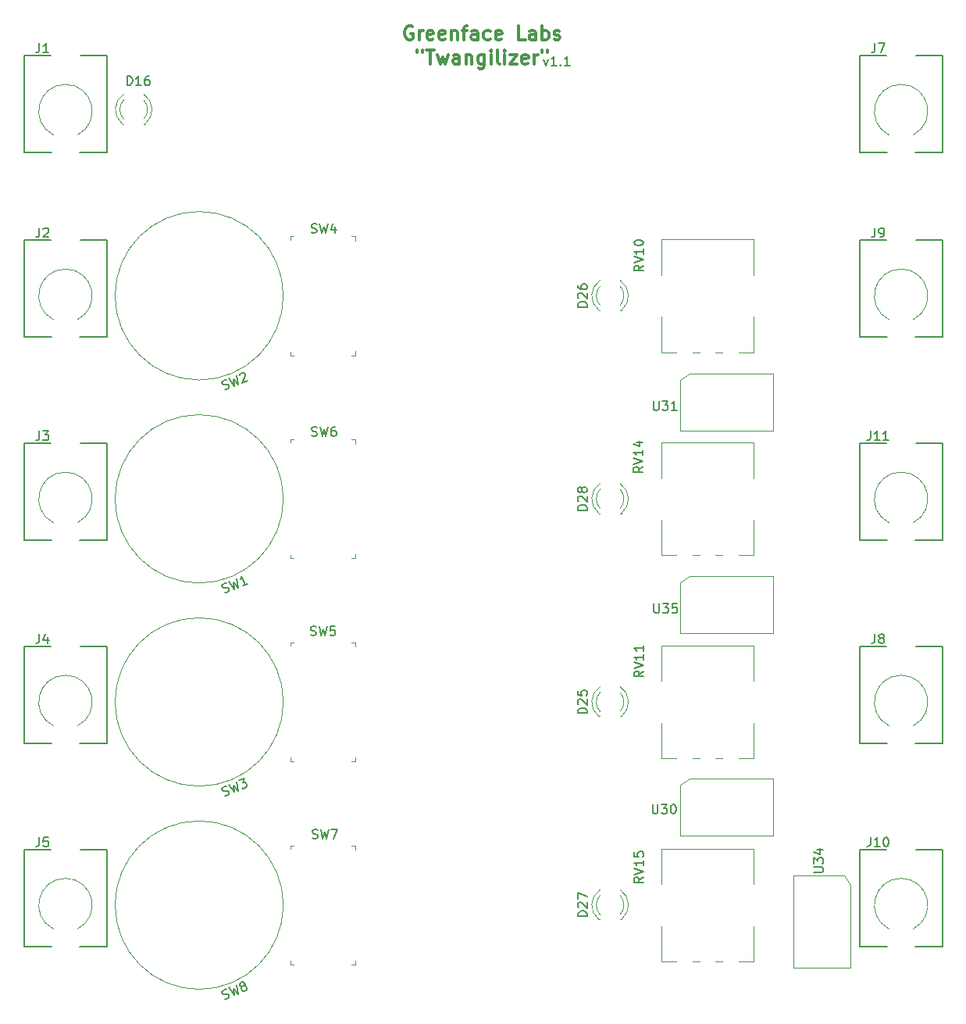
<source format=gbr>
%TF.GenerationSoftware,KiCad,Pcbnew,(6.0.1)*%
%TF.CreationDate,2024-03-02T23:19:41-08:00*%
%TF.ProjectId,main,6d61696e-2e6b-4696-9361-645f70636258,1.1*%
%TF.SameCoordinates,Original*%
%TF.FileFunction,Legend,Top*%
%TF.FilePolarity,Positive*%
%FSLAX46Y46*%
G04 Gerber Fmt 4.6, Leading zero omitted, Abs format (unit mm)*
G04 Created by KiCad (PCBNEW (6.0.1)) date 2024-03-02 23:19:41*
%MOMM*%
%LPD*%
G01*
G04 APERTURE LIST*
%ADD10C,0.150000*%
%ADD11C,0.300000*%
%ADD12C,0.100000*%
%ADD13C,0.120000*%
%ADD14C,0.200000*%
G04 APERTURE END LIST*
D10*
X97271428Y-44385714D02*
X97509523Y-45052380D01*
X97747619Y-44385714D01*
X98652380Y-45052380D02*
X98080952Y-45052380D01*
X98366666Y-45052380D02*
X98366666Y-44052380D01*
X98271428Y-44195238D01*
X98176190Y-44290476D01*
X98080952Y-44338095D01*
X99080952Y-44957142D02*
X99128571Y-45004761D01*
X99080952Y-45052380D01*
X99033333Y-45004761D01*
X99080952Y-44957142D01*
X99080952Y-45052380D01*
X100080952Y-45052380D02*
X99509523Y-45052380D01*
X99795238Y-45052380D02*
X99795238Y-44052380D01*
X99700000Y-44195238D01*
X99604761Y-44290476D01*
X99509523Y-44338095D01*
D11*
X83028571Y-40850000D02*
X82885714Y-40778571D01*
X82671428Y-40778571D01*
X82457142Y-40850000D01*
X82314285Y-40992857D01*
X82242857Y-41135714D01*
X82171428Y-41421428D01*
X82171428Y-41635714D01*
X82242857Y-41921428D01*
X82314285Y-42064285D01*
X82457142Y-42207142D01*
X82671428Y-42278571D01*
X82814285Y-42278571D01*
X83028571Y-42207142D01*
X83100000Y-42135714D01*
X83100000Y-41635714D01*
X82814285Y-41635714D01*
X83742857Y-42278571D02*
X83742857Y-41278571D01*
X83742857Y-41564285D02*
X83814285Y-41421428D01*
X83885714Y-41350000D01*
X84028571Y-41278571D01*
X84171428Y-41278571D01*
X85242857Y-42207142D02*
X85100000Y-42278571D01*
X84814285Y-42278571D01*
X84671428Y-42207142D01*
X84600000Y-42064285D01*
X84600000Y-41492857D01*
X84671428Y-41350000D01*
X84814285Y-41278571D01*
X85100000Y-41278571D01*
X85242857Y-41350000D01*
X85314285Y-41492857D01*
X85314285Y-41635714D01*
X84600000Y-41778571D01*
X86528571Y-42207142D02*
X86385714Y-42278571D01*
X86100000Y-42278571D01*
X85957142Y-42207142D01*
X85885714Y-42064285D01*
X85885714Y-41492857D01*
X85957142Y-41350000D01*
X86100000Y-41278571D01*
X86385714Y-41278571D01*
X86528571Y-41350000D01*
X86600000Y-41492857D01*
X86600000Y-41635714D01*
X85885714Y-41778571D01*
X87242857Y-41278571D02*
X87242857Y-42278571D01*
X87242857Y-41421428D02*
X87314285Y-41350000D01*
X87457142Y-41278571D01*
X87671428Y-41278571D01*
X87814285Y-41350000D01*
X87885714Y-41492857D01*
X87885714Y-42278571D01*
X88385714Y-41278571D02*
X88957142Y-41278571D01*
X88600000Y-42278571D02*
X88600000Y-40992857D01*
X88671428Y-40850000D01*
X88814285Y-40778571D01*
X88957142Y-40778571D01*
X90100000Y-42278571D02*
X90100000Y-41492857D01*
X90028571Y-41350000D01*
X89885714Y-41278571D01*
X89600000Y-41278571D01*
X89457142Y-41350000D01*
X90100000Y-42207142D02*
X89957142Y-42278571D01*
X89600000Y-42278571D01*
X89457142Y-42207142D01*
X89385714Y-42064285D01*
X89385714Y-41921428D01*
X89457142Y-41778571D01*
X89600000Y-41707142D01*
X89957142Y-41707142D01*
X90100000Y-41635714D01*
X91457142Y-42207142D02*
X91314285Y-42278571D01*
X91028571Y-42278571D01*
X90885714Y-42207142D01*
X90814285Y-42135714D01*
X90742857Y-41992857D01*
X90742857Y-41564285D01*
X90814285Y-41421428D01*
X90885714Y-41350000D01*
X91028571Y-41278571D01*
X91314285Y-41278571D01*
X91457142Y-41350000D01*
X92671428Y-42207142D02*
X92528571Y-42278571D01*
X92242857Y-42278571D01*
X92100000Y-42207142D01*
X92028571Y-42064285D01*
X92028571Y-41492857D01*
X92100000Y-41350000D01*
X92242857Y-41278571D01*
X92528571Y-41278571D01*
X92671428Y-41350000D01*
X92742857Y-41492857D01*
X92742857Y-41635714D01*
X92028571Y-41778571D01*
X95242857Y-42278571D02*
X94528571Y-42278571D01*
X94528571Y-40778571D01*
X96385714Y-42278571D02*
X96385714Y-41492857D01*
X96314285Y-41350000D01*
X96171428Y-41278571D01*
X95885714Y-41278571D01*
X95742857Y-41350000D01*
X96385714Y-42207142D02*
X96242857Y-42278571D01*
X95885714Y-42278571D01*
X95742857Y-42207142D01*
X95671428Y-42064285D01*
X95671428Y-41921428D01*
X95742857Y-41778571D01*
X95885714Y-41707142D01*
X96242857Y-41707142D01*
X96385714Y-41635714D01*
X97100000Y-42278571D02*
X97100000Y-40778571D01*
X97100000Y-41350000D02*
X97242857Y-41278571D01*
X97528571Y-41278571D01*
X97671428Y-41350000D01*
X97742857Y-41421428D01*
X97814285Y-41564285D01*
X97814285Y-41992857D01*
X97742857Y-42135714D01*
X97671428Y-42207142D01*
X97528571Y-42278571D01*
X97242857Y-42278571D01*
X97100000Y-42207142D01*
X98385714Y-42207142D02*
X98528571Y-42278571D01*
X98814285Y-42278571D01*
X98957142Y-42207142D01*
X99028571Y-42064285D01*
X99028571Y-41992857D01*
X98957142Y-41850000D01*
X98814285Y-41778571D01*
X98600000Y-41778571D01*
X98457142Y-41707142D01*
X98385714Y-41564285D01*
X98385714Y-41492857D01*
X98457142Y-41350000D01*
X98600000Y-41278571D01*
X98814285Y-41278571D01*
X98957142Y-41350000D01*
X83528571Y-43378571D02*
X83528571Y-43664285D01*
X84100000Y-43378571D02*
X84100000Y-43664285D01*
X84528571Y-43378571D02*
X85385714Y-43378571D01*
X84957142Y-44878571D02*
X84957142Y-43378571D01*
X85742857Y-43878571D02*
X86028571Y-44878571D01*
X86314285Y-44164285D01*
X86600000Y-44878571D01*
X86885714Y-43878571D01*
X88100000Y-44878571D02*
X88100000Y-44092857D01*
X88028571Y-43950000D01*
X87885714Y-43878571D01*
X87600000Y-43878571D01*
X87457142Y-43950000D01*
X88100000Y-44807142D02*
X87957142Y-44878571D01*
X87600000Y-44878571D01*
X87457142Y-44807142D01*
X87385714Y-44664285D01*
X87385714Y-44521428D01*
X87457142Y-44378571D01*
X87600000Y-44307142D01*
X87957142Y-44307142D01*
X88100000Y-44235714D01*
X88814285Y-43878571D02*
X88814285Y-44878571D01*
X88814285Y-44021428D02*
X88885714Y-43950000D01*
X89028571Y-43878571D01*
X89242857Y-43878571D01*
X89385714Y-43950000D01*
X89457142Y-44092857D01*
X89457142Y-44878571D01*
X90814285Y-43878571D02*
X90814285Y-45092857D01*
X90742857Y-45235714D01*
X90671428Y-45307142D01*
X90528571Y-45378571D01*
X90314285Y-45378571D01*
X90171428Y-45307142D01*
X90814285Y-44807142D02*
X90671428Y-44878571D01*
X90385714Y-44878571D01*
X90242857Y-44807142D01*
X90171428Y-44735714D01*
X90100000Y-44592857D01*
X90100000Y-44164285D01*
X90171428Y-44021428D01*
X90242857Y-43950000D01*
X90385714Y-43878571D01*
X90671428Y-43878571D01*
X90814285Y-43950000D01*
X91528571Y-44878571D02*
X91528571Y-43878571D01*
X91528571Y-43378571D02*
X91457142Y-43450000D01*
X91528571Y-43521428D01*
X91600000Y-43450000D01*
X91528571Y-43378571D01*
X91528571Y-43521428D01*
X92457142Y-44878571D02*
X92314285Y-44807142D01*
X92242857Y-44664285D01*
X92242857Y-43378571D01*
X93028571Y-44878571D02*
X93028571Y-43878571D01*
X93028571Y-43378571D02*
X92957142Y-43450000D01*
X93028571Y-43521428D01*
X93100000Y-43450000D01*
X93028571Y-43378571D01*
X93028571Y-43521428D01*
X93600000Y-43878571D02*
X94385714Y-43878571D01*
X93600000Y-44878571D01*
X94385714Y-44878571D01*
X95528571Y-44807142D02*
X95385714Y-44878571D01*
X95100000Y-44878571D01*
X94957142Y-44807142D01*
X94885714Y-44664285D01*
X94885714Y-44092857D01*
X94957142Y-43950000D01*
X95100000Y-43878571D01*
X95385714Y-43878571D01*
X95528571Y-43950000D01*
X95600000Y-44092857D01*
X95600000Y-44235714D01*
X94885714Y-44378571D01*
X96242857Y-44878571D02*
X96242857Y-43878571D01*
X96242857Y-44164285D02*
X96314285Y-44021428D01*
X96385714Y-43950000D01*
X96528571Y-43878571D01*
X96671428Y-43878571D01*
X97100000Y-43378571D02*
X97100000Y-43664285D01*
X97671428Y-43378571D02*
X97671428Y-43664285D01*
D10*
%TO.C,SW7*%
X72166666Y-128754761D02*
X72309523Y-128802380D01*
X72547619Y-128802380D01*
X72642857Y-128754761D01*
X72690476Y-128707142D01*
X72738095Y-128611904D01*
X72738095Y-128516666D01*
X72690476Y-128421428D01*
X72642857Y-128373809D01*
X72547619Y-128326190D01*
X72357142Y-128278571D01*
X72261904Y-128230952D01*
X72214285Y-128183333D01*
X72166666Y-128088095D01*
X72166666Y-127992857D01*
X72214285Y-127897619D01*
X72261904Y-127850000D01*
X72357142Y-127802380D01*
X72595238Y-127802380D01*
X72738095Y-127850000D01*
X73071428Y-127802380D02*
X73309523Y-128802380D01*
X73500000Y-128088095D01*
X73690476Y-128802380D01*
X73928571Y-127802380D01*
X74214285Y-127802380D02*
X74880952Y-127802380D01*
X74452380Y-128802380D01*
%TO.C,U35*%
X109211904Y-103352380D02*
X109211904Y-104161904D01*
X109259523Y-104257142D01*
X109307142Y-104304761D01*
X109402380Y-104352380D01*
X109592857Y-104352380D01*
X109688095Y-104304761D01*
X109735714Y-104257142D01*
X109783333Y-104161904D01*
X109783333Y-103352380D01*
X110164285Y-103352380D02*
X110783333Y-103352380D01*
X110450000Y-103733333D01*
X110592857Y-103733333D01*
X110688095Y-103780952D01*
X110735714Y-103828571D01*
X110783333Y-103923809D01*
X110783333Y-104161904D01*
X110735714Y-104257142D01*
X110688095Y-104304761D01*
X110592857Y-104352380D01*
X110307142Y-104352380D01*
X110211904Y-104304761D01*
X110164285Y-104257142D01*
X111688095Y-103352380D02*
X111211904Y-103352380D01*
X111164285Y-103828571D01*
X111211904Y-103780952D01*
X111307142Y-103733333D01*
X111545238Y-103733333D01*
X111640476Y-103780952D01*
X111688095Y-103828571D01*
X111735714Y-103923809D01*
X111735714Y-104161904D01*
X111688095Y-104257142D01*
X111640476Y-104304761D01*
X111545238Y-104352380D01*
X111307142Y-104352380D01*
X111211904Y-104304761D01*
X111164285Y-104257142D01*
%TO.C,RV10*%
X108052380Y-66721428D02*
X107576190Y-67054761D01*
X108052380Y-67292857D02*
X107052380Y-67292857D01*
X107052380Y-66911904D01*
X107100000Y-66816666D01*
X107147619Y-66769047D01*
X107242857Y-66721428D01*
X107385714Y-66721428D01*
X107480952Y-66769047D01*
X107528571Y-66816666D01*
X107576190Y-66911904D01*
X107576190Y-67292857D01*
X107052380Y-66435714D02*
X108052380Y-66102380D01*
X107052380Y-65769047D01*
X108052380Y-64911904D02*
X108052380Y-65483333D01*
X108052380Y-65197619D02*
X107052380Y-65197619D01*
X107195238Y-65292857D01*
X107290476Y-65388095D01*
X107338095Y-65483333D01*
X107052380Y-64292857D02*
X107052380Y-64197619D01*
X107100000Y-64102380D01*
X107147619Y-64054761D01*
X107242857Y-64007142D01*
X107433333Y-63959523D01*
X107671428Y-63959523D01*
X107861904Y-64007142D01*
X107957142Y-64054761D01*
X108004761Y-64102380D01*
X108052380Y-64197619D01*
X108052380Y-64292857D01*
X108004761Y-64388095D01*
X107957142Y-64435714D01*
X107861904Y-64483333D01*
X107671428Y-64530952D01*
X107433333Y-64530952D01*
X107242857Y-64483333D01*
X107147619Y-64435714D01*
X107100000Y-64388095D01*
X107052380Y-64292857D01*
%TO.C,SW4*%
X72066666Y-63154761D02*
X72209523Y-63202380D01*
X72447619Y-63202380D01*
X72542857Y-63154761D01*
X72590476Y-63107142D01*
X72638095Y-63011904D01*
X72638095Y-62916666D01*
X72590476Y-62821428D01*
X72542857Y-62773809D01*
X72447619Y-62726190D01*
X72257142Y-62678571D01*
X72161904Y-62630952D01*
X72114285Y-62583333D01*
X72066666Y-62488095D01*
X72066666Y-62392857D01*
X72114285Y-62297619D01*
X72161904Y-62250000D01*
X72257142Y-62202380D01*
X72495238Y-62202380D01*
X72638095Y-62250000D01*
X72971428Y-62202380D02*
X73209523Y-63202380D01*
X73400000Y-62488095D01*
X73590476Y-63202380D01*
X73828571Y-62202380D01*
X74638095Y-62535714D02*
X74638095Y-63202380D01*
X74400000Y-62154761D02*
X74161904Y-62869047D01*
X74780952Y-62869047D01*
%TO.C,SW2*%
X62667111Y-80164565D02*
X62817317Y-80153891D01*
X63037288Y-80062775D01*
X63107053Y-79982335D01*
X63132825Y-79920118D01*
X63140373Y-79813906D01*
X63103927Y-79725918D01*
X63023487Y-79656152D01*
X62961269Y-79630381D01*
X62855058Y-79622833D01*
X62660858Y-79651731D01*
X62554646Y-79644182D01*
X62492429Y-79618411D01*
X62411989Y-79548646D01*
X62375542Y-79460657D01*
X62383091Y-79354446D01*
X62408862Y-79292228D01*
X62478627Y-79211788D01*
X62698599Y-79120673D01*
X62848805Y-79109998D01*
X63138541Y-78938443D02*
X63741196Y-79771207D01*
X63643828Y-79038401D01*
X64093150Y-79625423D01*
X63930438Y-78610428D01*
X64274844Y-78570856D02*
X64300615Y-78508638D01*
X64370381Y-78428198D01*
X64590352Y-78337083D01*
X64696564Y-78344631D01*
X64758781Y-78370402D01*
X64839221Y-78440168D01*
X64875667Y-78528156D01*
X64886342Y-78678362D01*
X64577087Y-79424970D01*
X65149013Y-79188070D01*
%TO.C,RV11*%
X108052380Y-110671428D02*
X107576190Y-111004761D01*
X108052380Y-111242857D02*
X107052380Y-111242857D01*
X107052380Y-110861904D01*
X107100000Y-110766666D01*
X107147619Y-110719047D01*
X107242857Y-110671428D01*
X107385714Y-110671428D01*
X107480952Y-110719047D01*
X107528571Y-110766666D01*
X107576190Y-110861904D01*
X107576190Y-111242857D01*
X107052380Y-110385714D02*
X108052380Y-110052380D01*
X107052380Y-109719047D01*
X108052380Y-108861904D02*
X108052380Y-109433333D01*
X108052380Y-109147619D02*
X107052380Y-109147619D01*
X107195238Y-109242857D01*
X107290476Y-109338095D01*
X107338095Y-109433333D01*
X108052380Y-107909523D02*
X108052380Y-108480952D01*
X108052380Y-108195238D02*
X107052380Y-108195238D01*
X107195238Y-108290476D01*
X107290476Y-108385714D01*
X107338095Y-108480952D01*
%TO.C,D16*%
X52085714Y-47202380D02*
X52085714Y-46202380D01*
X52323809Y-46202380D01*
X52466666Y-46250000D01*
X52561904Y-46345238D01*
X52609523Y-46440476D01*
X52657142Y-46630952D01*
X52657142Y-46773809D01*
X52609523Y-46964285D01*
X52561904Y-47059523D01*
X52466666Y-47154761D01*
X52323809Y-47202380D01*
X52085714Y-47202380D01*
X53609523Y-47202380D02*
X53038095Y-47202380D01*
X53323809Y-47202380D02*
X53323809Y-46202380D01*
X53228571Y-46345238D01*
X53133333Y-46440476D01*
X53038095Y-46488095D01*
X54466666Y-46202380D02*
X54276190Y-46202380D01*
X54180952Y-46250000D01*
X54133333Y-46297619D01*
X54038095Y-46440476D01*
X53990476Y-46630952D01*
X53990476Y-47011904D01*
X54038095Y-47107142D01*
X54085714Y-47154761D01*
X54180952Y-47202380D01*
X54371428Y-47202380D01*
X54466666Y-47154761D01*
X54514285Y-47107142D01*
X54561904Y-47011904D01*
X54561904Y-46773809D01*
X54514285Y-46678571D01*
X54466666Y-46630952D01*
X54371428Y-46583333D01*
X54180952Y-46583333D01*
X54085714Y-46630952D01*
X54038095Y-46678571D01*
X53990476Y-46773809D01*
%TO.C,J2*%
X42566666Y-62652380D02*
X42566666Y-63366666D01*
X42519047Y-63509523D01*
X42423809Y-63604761D01*
X42280952Y-63652380D01*
X42185714Y-63652380D01*
X42995238Y-62747619D02*
X43042857Y-62700000D01*
X43138095Y-62652380D01*
X43376190Y-62652380D01*
X43471428Y-62700000D01*
X43519047Y-62747619D01*
X43566666Y-62842857D01*
X43566666Y-62938095D01*
X43519047Y-63080952D01*
X42947619Y-63652380D01*
X43566666Y-63652380D01*
%TO.C,D26*%
X101942380Y-71214285D02*
X100942380Y-71214285D01*
X100942380Y-70976190D01*
X100990000Y-70833333D01*
X101085238Y-70738095D01*
X101180476Y-70690476D01*
X101370952Y-70642857D01*
X101513809Y-70642857D01*
X101704285Y-70690476D01*
X101799523Y-70738095D01*
X101894761Y-70833333D01*
X101942380Y-70976190D01*
X101942380Y-71214285D01*
X101037619Y-70261904D02*
X100990000Y-70214285D01*
X100942380Y-70119047D01*
X100942380Y-69880952D01*
X100990000Y-69785714D01*
X101037619Y-69738095D01*
X101132857Y-69690476D01*
X101228095Y-69690476D01*
X101370952Y-69738095D01*
X101942380Y-70309523D01*
X101942380Y-69690476D01*
X100942380Y-68833333D02*
X100942380Y-69023809D01*
X100990000Y-69119047D01*
X101037619Y-69166666D01*
X101180476Y-69261904D01*
X101370952Y-69309523D01*
X101751904Y-69309523D01*
X101847142Y-69261904D01*
X101894761Y-69214285D01*
X101942380Y-69119047D01*
X101942380Y-68928571D01*
X101894761Y-68833333D01*
X101847142Y-68785714D01*
X101751904Y-68738095D01*
X101513809Y-68738095D01*
X101418571Y-68785714D01*
X101370952Y-68833333D01*
X101323333Y-68928571D01*
X101323333Y-69119047D01*
X101370952Y-69214285D01*
X101418571Y-69261904D01*
X101513809Y-69309523D01*
%TO.C,RV14*%
X108002380Y-88521428D02*
X107526190Y-88854761D01*
X108002380Y-89092857D02*
X107002380Y-89092857D01*
X107002380Y-88711904D01*
X107050000Y-88616666D01*
X107097619Y-88569047D01*
X107192857Y-88521428D01*
X107335714Y-88521428D01*
X107430952Y-88569047D01*
X107478571Y-88616666D01*
X107526190Y-88711904D01*
X107526190Y-89092857D01*
X107002380Y-88235714D02*
X108002380Y-87902380D01*
X107002380Y-87569047D01*
X108002380Y-86711904D02*
X108002380Y-87283333D01*
X108002380Y-86997619D02*
X107002380Y-86997619D01*
X107145238Y-87092857D01*
X107240476Y-87188095D01*
X107288095Y-87283333D01*
X107335714Y-85854761D02*
X108002380Y-85854761D01*
X106954761Y-86092857D02*
X107669047Y-86330952D01*
X107669047Y-85711904D01*
%TO.C,D28*%
X101942380Y-93214285D02*
X100942380Y-93214285D01*
X100942380Y-92976190D01*
X100990000Y-92833333D01*
X101085238Y-92738095D01*
X101180476Y-92690476D01*
X101370952Y-92642857D01*
X101513809Y-92642857D01*
X101704285Y-92690476D01*
X101799523Y-92738095D01*
X101894761Y-92833333D01*
X101942380Y-92976190D01*
X101942380Y-93214285D01*
X101037619Y-92261904D02*
X100990000Y-92214285D01*
X100942380Y-92119047D01*
X100942380Y-91880952D01*
X100990000Y-91785714D01*
X101037619Y-91738095D01*
X101132857Y-91690476D01*
X101228095Y-91690476D01*
X101370952Y-91738095D01*
X101942380Y-92309523D01*
X101942380Y-91690476D01*
X101370952Y-91119047D02*
X101323333Y-91214285D01*
X101275714Y-91261904D01*
X101180476Y-91309523D01*
X101132857Y-91309523D01*
X101037619Y-91261904D01*
X100990000Y-91214285D01*
X100942380Y-91119047D01*
X100942380Y-90928571D01*
X100990000Y-90833333D01*
X101037619Y-90785714D01*
X101132857Y-90738095D01*
X101180476Y-90738095D01*
X101275714Y-90785714D01*
X101323333Y-90833333D01*
X101370952Y-90928571D01*
X101370952Y-91119047D01*
X101418571Y-91214285D01*
X101466190Y-91261904D01*
X101561428Y-91309523D01*
X101751904Y-91309523D01*
X101847142Y-91261904D01*
X101894761Y-91214285D01*
X101942380Y-91119047D01*
X101942380Y-90928571D01*
X101894761Y-90833333D01*
X101847142Y-90785714D01*
X101751904Y-90738095D01*
X101561428Y-90738095D01*
X101466190Y-90785714D01*
X101418571Y-90833333D01*
X101370952Y-90928571D01*
%TO.C,D27*%
X101942380Y-137214285D02*
X100942380Y-137214285D01*
X100942380Y-136976190D01*
X100990000Y-136833333D01*
X101085238Y-136738095D01*
X101180476Y-136690476D01*
X101370952Y-136642857D01*
X101513809Y-136642857D01*
X101704285Y-136690476D01*
X101799523Y-136738095D01*
X101894761Y-136833333D01*
X101942380Y-136976190D01*
X101942380Y-137214285D01*
X101037619Y-136261904D02*
X100990000Y-136214285D01*
X100942380Y-136119047D01*
X100942380Y-135880952D01*
X100990000Y-135785714D01*
X101037619Y-135738095D01*
X101132857Y-135690476D01*
X101228095Y-135690476D01*
X101370952Y-135738095D01*
X101942380Y-136309523D01*
X101942380Y-135690476D01*
X100942380Y-135357142D02*
X100942380Y-134690476D01*
X101942380Y-135119047D01*
%TO.C,J9*%
X133166666Y-62652380D02*
X133166666Y-63366666D01*
X133119047Y-63509523D01*
X133023809Y-63604761D01*
X132880952Y-63652380D01*
X132785714Y-63652380D01*
X133690476Y-63652380D02*
X133880952Y-63652380D01*
X133976190Y-63604761D01*
X134023809Y-63557142D01*
X134119047Y-63414285D01*
X134166666Y-63223809D01*
X134166666Y-62842857D01*
X134119047Y-62747619D01*
X134071428Y-62700000D01*
X133976190Y-62652380D01*
X133785714Y-62652380D01*
X133690476Y-62700000D01*
X133642857Y-62747619D01*
X133595238Y-62842857D01*
X133595238Y-63080952D01*
X133642857Y-63176190D01*
X133690476Y-63223809D01*
X133785714Y-63271428D01*
X133976190Y-63271428D01*
X134071428Y-63223809D01*
X134119047Y-63176190D01*
X134166666Y-63080952D01*
%TO.C,SW6*%
X72091666Y-85154761D02*
X72234523Y-85202380D01*
X72472619Y-85202380D01*
X72567857Y-85154761D01*
X72615476Y-85107142D01*
X72663095Y-85011904D01*
X72663095Y-84916666D01*
X72615476Y-84821428D01*
X72567857Y-84773809D01*
X72472619Y-84726190D01*
X72282142Y-84678571D01*
X72186904Y-84630952D01*
X72139285Y-84583333D01*
X72091666Y-84488095D01*
X72091666Y-84392857D01*
X72139285Y-84297619D01*
X72186904Y-84250000D01*
X72282142Y-84202380D01*
X72520238Y-84202380D01*
X72663095Y-84250000D01*
X72996428Y-84202380D02*
X73234523Y-85202380D01*
X73425000Y-84488095D01*
X73615476Y-85202380D01*
X73853571Y-84202380D01*
X74663095Y-84202380D02*
X74472619Y-84202380D01*
X74377380Y-84250000D01*
X74329761Y-84297619D01*
X74234523Y-84440476D01*
X74186904Y-84630952D01*
X74186904Y-85011904D01*
X74234523Y-85107142D01*
X74282142Y-85154761D01*
X74377380Y-85202380D01*
X74567857Y-85202380D01*
X74663095Y-85154761D01*
X74710714Y-85107142D01*
X74758333Y-85011904D01*
X74758333Y-84773809D01*
X74710714Y-84678571D01*
X74663095Y-84630952D01*
X74567857Y-84583333D01*
X74377380Y-84583333D01*
X74282142Y-84630952D01*
X74234523Y-84678571D01*
X74186904Y-84773809D01*
%TO.C,J3*%
X42566666Y-84652380D02*
X42566666Y-85366666D01*
X42519047Y-85509523D01*
X42423809Y-85604761D01*
X42280952Y-85652380D01*
X42185714Y-85652380D01*
X42947619Y-84652380D02*
X43566666Y-84652380D01*
X43233333Y-85033333D01*
X43376190Y-85033333D01*
X43471428Y-85080952D01*
X43519047Y-85128571D01*
X43566666Y-85223809D01*
X43566666Y-85461904D01*
X43519047Y-85557142D01*
X43471428Y-85604761D01*
X43376190Y-85652380D01*
X43090476Y-85652380D01*
X42995238Y-85604761D01*
X42947619Y-85557142D01*
%TO.C,D25*%
X101942380Y-115214285D02*
X100942380Y-115214285D01*
X100942380Y-114976190D01*
X100990000Y-114833333D01*
X101085238Y-114738095D01*
X101180476Y-114690476D01*
X101370952Y-114642857D01*
X101513809Y-114642857D01*
X101704285Y-114690476D01*
X101799523Y-114738095D01*
X101894761Y-114833333D01*
X101942380Y-114976190D01*
X101942380Y-115214285D01*
X101037619Y-114261904D02*
X100990000Y-114214285D01*
X100942380Y-114119047D01*
X100942380Y-113880952D01*
X100990000Y-113785714D01*
X101037619Y-113738095D01*
X101132857Y-113690476D01*
X101228095Y-113690476D01*
X101370952Y-113738095D01*
X101942380Y-114309523D01*
X101942380Y-113690476D01*
X100942380Y-112785714D02*
X100942380Y-113261904D01*
X101418571Y-113309523D01*
X101370952Y-113261904D01*
X101323333Y-113166666D01*
X101323333Y-112928571D01*
X101370952Y-112833333D01*
X101418571Y-112785714D01*
X101513809Y-112738095D01*
X101751904Y-112738095D01*
X101847142Y-112785714D01*
X101894761Y-112833333D01*
X101942380Y-112928571D01*
X101942380Y-113166666D01*
X101894761Y-113261904D01*
X101847142Y-113309523D01*
%TO.C,SW8*%
X62667111Y-146164565D02*
X62817317Y-146153891D01*
X63037288Y-146062775D01*
X63107053Y-145982335D01*
X63132825Y-145920118D01*
X63140373Y-145813906D01*
X63103927Y-145725918D01*
X63023487Y-145656152D01*
X62961269Y-145630381D01*
X62855058Y-145622833D01*
X62660858Y-145651731D01*
X62554646Y-145644182D01*
X62492429Y-145618411D01*
X62411989Y-145548646D01*
X62375542Y-145460657D01*
X62383091Y-145354446D01*
X62408862Y-145292228D01*
X62478627Y-145211788D01*
X62698599Y-145120673D01*
X62848805Y-145109998D01*
X63138541Y-144938443D02*
X63741196Y-145771207D01*
X63643828Y-145038401D01*
X64093150Y-145625423D01*
X63930438Y-144610428D01*
X64578382Y-144805923D02*
X64472171Y-144798375D01*
X64409953Y-144772604D01*
X64329513Y-144702838D01*
X64311290Y-144658844D01*
X64318838Y-144552633D01*
X64344610Y-144490415D01*
X64414375Y-144409975D01*
X64590352Y-144337083D01*
X64696564Y-144344631D01*
X64758781Y-144370402D01*
X64839221Y-144440168D01*
X64857444Y-144484162D01*
X64849896Y-144590374D01*
X64824125Y-144652591D01*
X64754359Y-144733031D01*
X64578382Y-144805923D01*
X64508617Y-144886364D01*
X64482845Y-144948581D01*
X64475297Y-145054793D01*
X64548189Y-145230770D01*
X64628630Y-145300535D01*
X64690847Y-145326306D01*
X64797058Y-145333855D01*
X64973036Y-145260963D01*
X65042801Y-145180522D01*
X65068572Y-145118305D01*
X65076120Y-145012093D01*
X65003228Y-144836116D01*
X64922788Y-144766351D01*
X64860571Y-144740580D01*
X64754359Y-144733031D01*
%TO.C,RV15*%
X108052380Y-132971428D02*
X107576190Y-133304761D01*
X108052380Y-133542857D02*
X107052380Y-133542857D01*
X107052380Y-133161904D01*
X107100000Y-133066666D01*
X107147619Y-133019047D01*
X107242857Y-132971428D01*
X107385714Y-132971428D01*
X107480952Y-133019047D01*
X107528571Y-133066666D01*
X107576190Y-133161904D01*
X107576190Y-133542857D01*
X107052380Y-132685714D02*
X108052380Y-132352380D01*
X107052380Y-132019047D01*
X108052380Y-131161904D02*
X108052380Y-131733333D01*
X108052380Y-131447619D02*
X107052380Y-131447619D01*
X107195238Y-131542857D01*
X107290476Y-131638095D01*
X107338095Y-131733333D01*
X107052380Y-130257142D02*
X107052380Y-130733333D01*
X107528571Y-130780952D01*
X107480952Y-130733333D01*
X107433333Y-130638095D01*
X107433333Y-130400000D01*
X107480952Y-130304761D01*
X107528571Y-130257142D01*
X107623809Y-130209523D01*
X107861904Y-130209523D01*
X107957142Y-130257142D01*
X108004761Y-130304761D01*
X108052380Y-130400000D01*
X108052380Y-130638095D01*
X108004761Y-130733333D01*
X107957142Y-130780952D01*
%TO.C,U30*%
X109061904Y-125102380D02*
X109061904Y-125911904D01*
X109109523Y-126007142D01*
X109157142Y-126054761D01*
X109252380Y-126102380D01*
X109442857Y-126102380D01*
X109538095Y-126054761D01*
X109585714Y-126007142D01*
X109633333Y-125911904D01*
X109633333Y-125102380D01*
X110014285Y-125102380D02*
X110633333Y-125102380D01*
X110300000Y-125483333D01*
X110442857Y-125483333D01*
X110538095Y-125530952D01*
X110585714Y-125578571D01*
X110633333Y-125673809D01*
X110633333Y-125911904D01*
X110585714Y-126007142D01*
X110538095Y-126054761D01*
X110442857Y-126102380D01*
X110157142Y-126102380D01*
X110061904Y-126054761D01*
X110014285Y-126007142D01*
X111252380Y-125102380D02*
X111347619Y-125102380D01*
X111442857Y-125150000D01*
X111490476Y-125197619D01*
X111538095Y-125292857D01*
X111585714Y-125483333D01*
X111585714Y-125721428D01*
X111538095Y-125911904D01*
X111490476Y-126007142D01*
X111442857Y-126054761D01*
X111347619Y-126102380D01*
X111252380Y-126102380D01*
X111157142Y-126054761D01*
X111109523Y-126007142D01*
X111061904Y-125911904D01*
X111014285Y-125721428D01*
X111014285Y-125483333D01*
X111061904Y-125292857D01*
X111109523Y-125197619D01*
X111157142Y-125150000D01*
X111252380Y-125102380D01*
%TO.C,SW5*%
X71991666Y-106754761D02*
X72134523Y-106802380D01*
X72372619Y-106802380D01*
X72467857Y-106754761D01*
X72515476Y-106707142D01*
X72563095Y-106611904D01*
X72563095Y-106516666D01*
X72515476Y-106421428D01*
X72467857Y-106373809D01*
X72372619Y-106326190D01*
X72182142Y-106278571D01*
X72086904Y-106230952D01*
X72039285Y-106183333D01*
X71991666Y-106088095D01*
X71991666Y-105992857D01*
X72039285Y-105897619D01*
X72086904Y-105850000D01*
X72182142Y-105802380D01*
X72420238Y-105802380D01*
X72563095Y-105850000D01*
X72896428Y-105802380D02*
X73134523Y-106802380D01*
X73325000Y-106088095D01*
X73515476Y-106802380D01*
X73753571Y-105802380D01*
X74610714Y-105802380D02*
X74134523Y-105802380D01*
X74086904Y-106278571D01*
X74134523Y-106230952D01*
X74229761Y-106183333D01*
X74467857Y-106183333D01*
X74563095Y-106230952D01*
X74610714Y-106278571D01*
X74658333Y-106373809D01*
X74658333Y-106611904D01*
X74610714Y-106707142D01*
X74563095Y-106754761D01*
X74467857Y-106802380D01*
X74229761Y-106802380D01*
X74134523Y-106754761D01*
X74086904Y-106707142D01*
%TO.C,J7*%
X133166666Y-42652380D02*
X133166666Y-43366666D01*
X133119047Y-43509523D01*
X133023809Y-43604761D01*
X132880952Y-43652380D01*
X132785714Y-43652380D01*
X133547619Y-42652380D02*
X134214285Y-42652380D01*
X133785714Y-43652380D01*
%TO.C,SW1*%
X62667111Y-102164565D02*
X62817317Y-102153891D01*
X63037288Y-102062775D01*
X63107053Y-101982335D01*
X63132825Y-101920118D01*
X63140373Y-101813906D01*
X63103927Y-101725918D01*
X63023487Y-101656152D01*
X62961269Y-101630381D01*
X62855058Y-101622833D01*
X62660858Y-101651731D01*
X62554646Y-101644182D01*
X62492429Y-101618411D01*
X62411989Y-101548646D01*
X62375542Y-101460657D01*
X62383091Y-101354446D01*
X62408862Y-101292228D01*
X62478627Y-101211788D01*
X62698599Y-101120673D01*
X62848805Y-101109998D01*
X63138541Y-100938443D02*
X63741196Y-101771207D01*
X63643828Y-101038401D01*
X64093150Y-101625423D01*
X63930438Y-100610428D01*
X65149013Y-101188070D02*
X64621081Y-101406747D01*
X64885047Y-101297409D02*
X64502364Y-100373529D01*
X64469044Y-100541958D01*
X64417502Y-100666392D01*
X64347736Y-100746833D01*
%TO.C,SW3*%
X62667111Y-124164565D02*
X62817317Y-124153891D01*
X63037288Y-124062775D01*
X63107053Y-123982335D01*
X63132825Y-123920118D01*
X63140373Y-123813906D01*
X63103927Y-123725918D01*
X63023487Y-123656152D01*
X62961269Y-123630381D01*
X62855058Y-123622833D01*
X62660858Y-123651731D01*
X62554646Y-123644182D01*
X62492429Y-123618411D01*
X62411989Y-123548646D01*
X62375542Y-123460657D01*
X62383091Y-123354446D01*
X62408862Y-123292228D01*
X62478627Y-123211788D01*
X62698599Y-123120673D01*
X62848805Y-123109998D01*
X63138541Y-122938443D02*
X63741196Y-123771207D01*
X63643828Y-123038401D01*
X64093150Y-123625423D01*
X63930438Y-122610428D01*
X64194404Y-122501090D02*
X64766329Y-122264191D01*
X64604153Y-122743706D01*
X64736136Y-122689037D01*
X64842348Y-122696585D01*
X64904565Y-122722357D01*
X64985005Y-122792122D01*
X65076120Y-123012093D01*
X65068572Y-123118305D01*
X65042801Y-123180522D01*
X64973036Y-123260963D01*
X64709070Y-123370301D01*
X64602858Y-123362752D01*
X64540641Y-123336981D01*
%TO.C,U34*%
X126552380Y-132438095D02*
X127361904Y-132438095D01*
X127457142Y-132390476D01*
X127504761Y-132342857D01*
X127552380Y-132247619D01*
X127552380Y-132057142D01*
X127504761Y-131961904D01*
X127457142Y-131914285D01*
X127361904Y-131866666D01*
X126552380Y-131866666D01*
X126552380Y-131485714D02*
X126552380Y-130866666D01*
X126933333Y-131200000D01*
X126933333Y-131057142D01*
X126980952Y-130961904D01*
X127028571Y-130914285D01*
X127123809Y-130866666D01*
X127361904Y-130866666D01*
X127457142Y-130914285D01*
X127504761Y-130961904D01*
X127552380Y-131057142D01*
X127552380Y-131342857D01*
X127504761Y-131438095D01*
X127457142Y-131485714D01*
X126885714Y-130009523D02*
X127552380Y-130009523D01*
X126504761Y-130247619D02*
X127219047Y-130485714D01*
X127219047Y-129866666D01*
%TO.C,J5*%
X42566666Y-128652380D02*
X42566666Y-129366666D01*
X42519047Y-129509523D01*
X42423809Y-129604761D01*
X42280952Y-129652380D01*
X42185714Y-129652380D01*
X43519047Y-128652380D02*
X43042857Y-128652380D01*
X42995238Y-129128571D01*
X43042857Y-129080952D01*
X43138095Y-129033333D01*
X43376190Y-129033333D01*
X43471428Y-129080952D01*
X43519047Y-129128571D01*
X43566666Y-129223809D01*
X43566666Y-129461904D01*
X43519047Y-129557142D01*
X43471428Y-129604761D01*
X43376190Y-129652380D01*
X43138095Y-129652380D01*
X43042857Y-129604761D01*
X42995238Y-129557142D01*
%TO.C,J10*%
X132690476Y-128652380D02*
X132690476Y-129366666D01*
X132642857Y-129509523D01*
X132547619Y-129604761D01*
X132404761Y-129652380D01*
X132309523Y-129652380D01*
X133690476Y-129652380D02*
X133119047Y-129652380D01*
X133404761Y-129652380D02*
X133404761Y-128652380D01*
X133309523Y-128795238D01*
X133214285Y-128890476D01*
X133119047Y-128938095D01*
X134309523Y-128652380D02*
X134404761Y-128652380D01*
X134500000Y-128700000D01*
X134547619Y-128747619D01*
X134595238Y-128842857D01*
X134642857Y-129033333D01*
X134642857Y-129271428D01*
X134595238Y-129461904D01*
X134547619Y-129557142D01*
X134500000Y-129604761D01*
X134404761Y-129652380D01*
X134309523Y-129652380D01*
X134214285Y-129604761D01*
X134166666Y-129557142D01*
X134119047Y-129461904D01*
X134071428Y-129271428D01*
X134071428Y-129033333D01*
X134119047Y-128842857D01*
X134166666Y-128747619D01*
X134214285Y-128700000D01*
X134309523Y-128652380D01*
%TO.C,J4*%
X42566666Y-106652380D02*
X42566666Y-107366666D01*
X42519047Y-107509523D01*
X42423809Y-107604761D01*
X42280952Y-107652380D01*
X42185714Y-107652380D01*
X43471428Y-106985714D02*
X43471428Y-107652380D01*
X43233333Y-106604761D02*
X42995238Y-107319047D01*
X43614285Y-107319047D01*
%TO.C,J11*%
X132690476Y-84652380D02*
X132690476Y-85366666D01*
X132642857Y-85509523D01*
X132547619Y-85604761D01*
X132404761Y-85652380D01*
X132309523Y-85652380D01*
X133690476Y-85652380D02*
X133119047Y-85652380D01*
X133404761Y-85652380D02*
X133404761Y-84652380D01*
X133309523Y-84795238D01*
X133214285Y-84890476D01*
X133119047Y-84938095D01*
X134642857Y-85652380D02*
X134071428Y-85652380D01*
X134357142Y-85652380D02*
X134357142Y-84652380D01*
X134261904Y-84795238D01*
X134166666Y-84890476D01*
X134071428Y-84938095D01*
%TO.C,J1*%
X42566666Y-42652380D02*
X42566666Y-43366666D01*
X42519047Y-43509523D01*
X42423809Y-43604761D01*
X42280952Y-43652380D01*
X42185714Y-43652380D01*
X43566666Y-43652380D02*
X42995238Y-43652380D01*
X43280952Y-43652380D02*
X43280952Y-42652380D01*
X43185714Y-42795238D01*
X43090476Y-42890476D01*
X42995238Y-42938095D01*
%TO.C,U31*%
X109161904Y-81402380D02*
X109161904Y-82211904D01*
X109209523Y-82307142D01*
X109257142Y-82354761D01*
X109352380Y-82402380D01*
X109542857Y-82402380D01*
X109638095Y-82354761D01*
X109685714Y-82307142D01*
X109733333Y-82211904D01*
X109733333Y-81402380D01*
X110114285Y-81402380D02*
X110733333Y-81402380D01*
X110400000Y-81783333D01*
X110542857Y-81783333D01*
X110638095Y-81830952D01*
X110685714Y-81878571D01*
X110733333Y-81973809D01*
X110733333Y-82211904D01*
X110685714Y-82307142D01*
X110638095Y-82354761D01*
X110542857Y-82402380D01*
X110257142Y-82402380D01*
X110161904Y-82354761D01*
X110114285Y-82307142D01*
X111685714Y-82402380D02*
X111114285Y-82402380D01*
X111400000Y-82402380D02*
X111400000Y-81402380D01*
X111304761Y-81545238D01*
X111209523Y-81640476D01*
X111114285Y-81688095D01*
%TO.C,J8*%
X133166666Y-106652380D02*
X133166666Y-107366666D01*
X133119047Y-107509523D01*
X133023809Y-107604761D01*
X132880952Y-107652380D01*
X132785714Y-107652380D01*
X133785714Y-107080952D02*
X133690476Y-107033333D01*
X133642857Y-106985714D01*
X133595238Y-106890476D01*
X133595238Y-106842857D01*
X133642857Y-106747619D01*
X133690476Y-106700000D01*
X133785714Y-106652380D01*
X133976190Y-106652380D01*
X134071428Y-106700000D01*
X134119047Y-106747619D01*
X134166666Y-106842857D01*
X134166666Y-106890476D01*
X134119047Y-106985714D01*
X134071428Y-107033333D01*
X133976190Y-107080952D01*
X133785714Y-107080952D01*
X133690476Y-107128571D01*
X133642857Y-107176190D01*
X133595238Y-107271428D01*
X133595238Y-107461904D01*
X133642857Y-107557142D01*
X133690476Y-107604761D01*
X133785714Y-107652380D01*
X133976190Y-107652380D01*
X134071428Y-107604761D01*
X134119047Y-107557142D01*
X134166666Y-107461904D01*
X134166666Y-107271428D01*
X134119047Y-107176190D01*
X134071428Y-107128571D01*
X133976190Y-107080952D01*
D12*
%TO.C,SW7*%
X76825000Y-142450000D02*
X76825000Y-142000000D01*
X76825000Y-142450000D02*
X76400000Y-142450000D01*
X69775000Y-142450000D02*
X70150000Y-142450000D01*
X76825000Y-129575000D02*
X76825000Y-130025000D01*
X76825000Y-129550000D02*
X76400000Y-129550000D01*
X69775000Y-129925000D02*
X69775000Y-129550000D01*
X69775000Y-142450000D02*
X69775000Y-142050000D01*
X69775000Y-129550000D02*
X70125000Y-129550000D01*
D13*
%TO.C,U35*%
X112090000Y-106550000D02*
X122110000Y-106550000D01*
X112090000Y-101050000D02*
X113100000Y-100350000D01*
X112090000Y-101050000D02*
X112090000Y-106550000D01*
X122100000Y-106550000D02*
X122100000Y-100350000D01*
X122100000Y-100350000D02*
X113100000Y-100350000D01*
%TO.C,RV10*%
X118370000Y-76120000D02*
X119970000Y-76120000D01*
X115871000Y-76120000D02*
X116630000Y-76120000D01*
X119970000Y-67745000D02*
X119970000Y-63880000D01*
X110030000Y-76120000D02*
X111629000Y-76120000D01*
X110030000Y-67745000D02*
X110030000Y-63880000D01*
X113371000Y-76120000D02*
X114130000Y-76120000D01*
X110030000Y-63880000D02*
X119970000Y-63880000D01*
X110030000Y-76120000D02*
X110030000Y-72255000D01*
X119970000Y-76120000D02*
X119970000Y-72255000D01*
D12*
%TO.C,SW4*%
X69775000Y-76450000D02*
X70150000Y-76450000D01*
X76825000Y-63550000D02*
X76400000Y-63550000D01*
X76825000Y-76450000D02*
X76400000Y-76450000D01*
X69775000Y-63550000D02*
X70125000Y-63550000D01*
X76825000Y-63575000D02*
X76825000Y-64025000D01*
X76825000Y-76450000D02*
X76825000Y-76000000D01*
X69775000Y-76450000D02*
X69775000Y-76050000D01*
X69775000Y-63925000D02*
X69775000Y-63550000D01*
D13*
%TO.C,SW2*%
X69020000Y-70000000D02*
G75*
G03*
X69020000Y-70000000I-9120000J0D01*
G01*
%TO.C,RV11*%
X115871000Y-120120000D02*
X116630000Y-120120000D01*
X110030000Y-111745000D02*
X110030000Y-107880000D01*
X119970000Y-120120000D02*
X119970000Y-116255000D01*
X113371000Y-120120000D02*
X114130000Y-120120000D01*
X110030000Y-107880000D02*
X119970000Y-107880000D01*
X118370000Y-120120000D02*
X119970000Y-120120000D01*
X119970000Y-111745000D02*
X119970000Y-107880000D01*
X110030000Y-120120000D02*
X110030000Y-116255000D01*
X110030000Y-120120000D02*
X111629000Y-120120000D01*
%TO.C,D16*%
X51564000Y-51390000D02*
X51720000Y-51390000D01*
X53880000Y-51390000D02*
X54036000Y-51390000D01*
X53880000Y-50870961D02*
G75*
G03*
X53879837Y-48788870I-1080000J1040961D01*
G01*
X51721392Y-48157665D02*
G75*
G03*
X51564484Y-51390000I1078609J-1672335D01*
G01*
X54035516Y-51390000D02*
G75*
G03*
X53878608Y-48157665I-1235517J1560000D01*
G01*
X51720163Y-48788870D02*
G75*
G03*
X51720000Y-50870961I1079837J-1041130D01*
G01*
D14*
%TO.C,J2*%
X49900000Y-74500000D02*
X49900000Y-64000000D01*
X40900000Y-74500000D02*
X40900000Y-64000000D01*
X40900000Y-74500000D02*
X43900000Y-74500000D01*
X47000000Y-64000000D02*
X49900000Y-64000000D01*
X46900000Y-74500000D02*
X49900000Y-74500000D01*
X40900000Y-64000000D02*
X43800000Y-64000000D01*
D13*
X46696263Y-72588576D02*
G75*
G03*
X45400000Y-67105000I-1296263J2588576D01*
G01*
X45400000Y-67104999D02*
G75*
G03*
X44103737Y-72588577I0J-2895001D01*
G01*
%TO.C,D26*%
X103214000Y-71560000D02*
X103370000Y-71560000D01*
X105530000Y-71560000D02*
X105686000Y-71560000D01*
X103371392Y-68327665D02*
G75*
G03*
X103214484Y-71560000I1078609J-1672335D01*
G01*
X105530000Y-71040961D02*
G75*
G03*
X105529837Y-68958870I-1080000J1040961D01*
G01*
X105685516Y-71560000D02*
G75*
G03*
X105528608Y-68327665I-1235517J1560000D01*
G01*
X103370163Y-68958870D02*
G75*
G03*
X103370000Y-71040961I1079837J-1041130D01*
G01*
%TO.C,RV14*%
X118370000Y-98120000D02*
X119970000Y-98120000D01*
X110030000Y-98120000D02*
X110030000Y-94255000D01*
X119970000Y-98120000D02*
X119970000Y-94255000D01*
X115871000Y-98120000D02*
X116630000Y-98120000D01*
X119970000Y-89745000D02*
X119970000Y-85880000D01*
X110030000Y-98120000D02*
X111629000Y-98120000D01*
X113371000Y-98120000D02*
X114130000Y-98120000D01*
X110030000Y-89745000D02*
X110030000Y-85880000D01*
X110030000Y-85880000D02*
X119970000Y-85880000D01*
%TO.C,D28*%
X105530000Y-93560000D02*
X105686000Y-93560000D01*
X103214000Y-93560000D02*
X103370000Y-93560000D01*
X103370163Y-90958870D02*
G75*
G03*
X103370000Y-93040961I1079837J-1041130D01*
G01*
X103371392Y-90327665D02*
G75*
G03*
X103214484Y-93560000I1078609J-1672335D01*
G01*
X105685516Y-93560000D02*
G75*
G03*
X105528608Y-90327665I-1235517J1560000D01*
G01*
X105530000Y-93040961D02*
G75*
G03*
X105529837Y-90958870I-1080000J1040961D01*
G01*
%TO.C,D27*%
X103214000Y-137560000D02*
X103370000Y-137560000D01*
X105530000Y-137560000D02*
X105686000Y-137560000D01*
X105530000Y-137040961D02*
G75*
G03*
X105529837Y-134958870I-1080000J1040961D01*
G01*
X103370163Y-134958870D02*
G75*
G03*
X103370000Y-137040961I1079837J-1041130D01*
G01*
X103371392Y-134327665D02*
G75*
G03*
X103214484Y-137560000I1078609J-1672335D01*
G01*
X105685516Y-137560000D02*
G75*
G03*
X105528608Y-134327665I-1235517J1560000D01*
G01*
D14*
%TO.C,J9*%
X131500000Y-64000000D02*
X134400000Y-64000000D01*
X131500000Y-74500000D02*
X134500000Y-74500000D01*
X131500000Y-74500000D02*
X131500000Y-64000000D01*
X137500000Y-74500000D02*
X140500000Y-74500000D01*
X137600000Y-64000000D02*
X140500000Y-64000000D01*
X140500000Y-74500000D02*
X140500000Y-64000000D01*
D13*
X137296263Y-72588576D02*
G75*
G03*
X136000000Y-67105000I-1296263J2588576D01*
G01*
X136000000Y-67104999D02*
G75*
G03*
X134703737Y-72588577I0J-2895001D01*
G01*
D12*
%TO.C,SW6*%
X76825000Y-98450000D02*
X76400000Y-98450000D01*
X76825000Y-85550000D02*
X76400000Y-85550000D01*
X69775000Y-85925000D02*
X69775000Y-85550000D01*
X76825000Y-98450000D02*
X76825000Y-98000000D01*
X76825000Y-85575000D02*
X76825000Y-86025000D01*
X69775000Y-98450000D02*
X70150000Y-98450000D01*
X69775000Y-85550000D02*
X70125000Y-85550000D01*
X69775000Y-98450000D02*
X69775000Y-98050000D01*
D14*
%TO.C,J3*%
X46900000Y-96500000D02*
X49900000Y-96500000D01*
X49900000Y-96500000D02*
X49900000Y-86000000D01*
X40900000Y-96500000D02*
X43900000Y-96500000D01*
X47000000Y-86000000D02*
X49900000Y-86000000D01*
X40900000Y-86000000D02*
X43800000Y-86000000D01*
X40900000Y-96500000D02*
X40900000Y-86000000D01*
D13*
X46696263Y-94588576D02*
G75*
G03*
X45400000Y-89105000I-1296263J2588576D01*
G01*
X45400000Y-89104999D02*
G75*
G03*
X44103737Y-94588577I0J-2895001D01*
G01*
%TO.C,D25*%
X103214000Y-115560000D02*
X103370000Y-115560000D01*
X105530000Y-115560000D02*
X105686000Y-115560000D01*
X103370163Y-112958870D02*
G75*
G03*
X103370000Y-115040961I1079837J-1041130D01*
G01*
X105530000Y-115040961D02*
G75*
G03*
X105529837Y-112958870I-1080000J1040961D01*
G01*
X105685516Y-115560000D02*
G75*
G03*
X105528608Y-112327665I-1235517J1560000D01*
G01*
X103371392Y-112327665D02*
G75*
G03*
X103214484Y-115560000I1078609J-1672335D01*
G01*
%TO.C,SW8*%
X69020000Y-136000000D02*
G75*
G03*
X69020000Y-136000000I-9120000J0D01*
G01*
%TO.C,RV15*%
X110030000Y-142120000D02*
X110030000Y-138255000D01*
X119970000Y-142120000D02*
X119970000Y-138255000D01*
X113371000Y-142120000D02*
X114130000Y-142120000D01*
X110030000Y-133745000D02*
X110030000Y-129880000D01*
X115871000Y-142120000D02*
X116630000Y-142120000D01*
X119970000Y-133745000D02*
X119970000Y-129880000D01*
X110030000Y-142120000D02*
X111629000Y-142120000D01*
X110030000Y-129880000D02*
X119970000Y-129880000D01*
X118370000Y-142120000D02*
X119970000Y-142120000D01*
%TO.C,U30*%
X112090000Y-123000000D02*
X113100000Y-122300000D01*
X112090000Y-128500000D02*
X122110000Y-128500000D01*
X122100000Y-128500000D02*
X122100000Y-122300000D01*
X112090000Y-123000000D02*
X112090000Y-128500000D01*
X122100000Y-122300000D02*
X113100000Y-122300000D01*
D12*
%TO.C,SW5*%
X76825000Y-107550000D02*
X76400000Y-107550000D01*
X69775000Y-120450000D02*
X70150000Y-120450000D01*
X69775000Y-107550000D02*
X70125000Y-107550000D01*
X69775000Y-107925000D02*
X69775000Y-107550000D01*
X69775000Y-120450000D02*
X69775000Y-120050000D01*
X76825000Y-120450000D02*
X76400000Y-120450000D01*
X76825000Y-107575000D02*
X76825000Y-108025000D01*
X76825000Y-120450000D02*
X76825000Y-120000000D01*
D14*
%TO.C,J7*%
X131500000Y-44000000D02*
X134400000Y-44000000D01*
X140500000Y-54500000D02*
X140500000Y-44000000D01*
X131500000Y-54500000D02*
X134500000Y-54500000D01*
X137500000Y-54500000D02*
X140500000Y-54500000D01*
X137600000Y-44000000D02*
X140500000Y-44000000D01*
X131500000Y-54500000D02*
X131500000Y-44000000D01*
D13*
X137296263Y-52588576D02*
G75*
G03*
X136000000Y-47105000I-1296263J2588576D01*
G01*
X136000000Y-47104999D02*
G75*
G03*
X134703737Y-52588577I0J-2895001D01*
G01*
%TO.C,SW1*%
X69020000Y-92000000D02*
G75*
G03*
X69020000Y-92000000I-9120000J0D01*
G01*
%TO.C,SW3*%
X69020000Y-114000000D02*
G75*
G03*
X69020000Y-114000000I-9120000J0D01*
G01*
%TO.C,U34*%
X129800000Y-132790000D02*
X124300000Y-132790000D01*
X124300000Y-142800000D02*
X130500000Y-142800000D01*
X130500000Y-142800000D02*
X130500000Y-133800000D01*
X129800000Y-132790000D02*
X130500000Y-133800000D01*
X124300000Y-132790000D02*
X124300000Y-142810000D01*
D14*
%TO.C,J5*%
X40900000Y-140500000D02*
X40900000Y-130000000D01*
X47000000Y-130000000D02*
X49900000Y-130000000D01*
X40900000Y-140500000D02*
X43900000Y-140500000D01*
X46900000Y-140500000D02*
X49900000Y-140500000D01*
X40900000Y-130000000D02*
X43800000Y-130000000D01*
X49900000Y-140500000D02*
X49900000Y-130000000D01*
D13*
X46696263Y-138588576D02*
G75*
G03*
X45400000Y-133105000I-1296263J2588576D01*
G01*
X45400000Y-133104999D02*
G75*
G03*
X44103737Y-138588577I0J-2895001D01*
G01*
D14*
%TO.C,J10*%
X131500000Y-140500000D02*
X134500000Y-140500000D01*
X131500000Y-140500000D02*
X131500000Y-130000000D01*
X131500000Y-130000000D02*
X134400000Y-130000000D01*
X137600000Y-130000000D02*
X140500000Y-130000000D01*
X137500000Y-140500000D02*
X140500000Y-140500000D01*
X140500000Y-140500000D02*
X140500000Y-130000000D01*
D13*
X137296263Y-138588576D02*
G75*
G03*
X136000000Y-133105000I-1296263J2588576D01*
G01*
X136000000Y-133104999D02*
G75*
G03*
X134703737Y-138588577I0J-2895001D01*
G01*
D14*
%TO.C,J4*%
X49900000Y-118500000D02*
X49900000Y-108000000D01*
X40900000Y-118500000D02*
X43900000Y-118500000D01*
X40900000Y-118500000D02*
X40900000Y-108000000D01*
X46900000Y-118500000D02*
X49900000Y-118500000D01*
X40900000Y-108000000D02*
X43800000Y-108000000D01*
X47000000Y-108000000D02*
X49900000Y-108000000D01*
D13*
X46696263Y-116588576D02*
G75*
G03*
X45400000Y-111105000I-1296263J2588576D01*
G01*
X45400000Y-111104999D02*
G75*
G03*
X44103737Y-116588577I0J-2895001D01*
G01*
D14*
%TO.C,J11*%
X137500000Y-96500000D02*
X140500000Y-96500000D01*
X131500000Y-96500000D02*
X131500000Y-86000000D01*
X131500000Y-96500000D02*
X134500000Y-96500000D01*
X137600000Y-86000000D02*
X140500000Y-86000000D01*
X140500000Y-96500000D02*
X140500000Y-86000000D01*
X131500000Y-86000000D02*
X134400000Y-86000000D01*
D13*
X137296263Y-94588576D02*
G75*
G03*
X136000000Y-89105000I-1296263J2588576D01*
G01*
X136000000Y-89104999D02*
G75*
G03*
X134703737Y-94588577I0J-2895001D01*
G01*
D14*
%TO.C,J1*%
X47000000Y-44000000D02*
X49900000Y-44000000D01*
X40900000Y-44000000D02*
X43800000Y-44000000D01*
X46900000Y-54500000D02*
X49900000Y-54500000D01*
X49900000Y-54500000D02*
X49900000Y-44000000D01*
X40900000Y-54500000D02*
X43900000Y-54500000D01*
X40900000Y-54500000D02*
X40900000Y-44000000D01*
D13*
X45400000Y-47104999D02*
G75*
G03*
X44103737Y-52588577I0J-2895001D01*
G01*
X46696263Y-52588576D02*
G75*
G03*
X45400000Y-47105000I-1296263J2588576D01*
G01*
%TO.C,U31*%
X122100000Y-84600000D02*
X122100000Y-78400000D01*
X122100000Y-78400000D02*
X113100000Y-78400000D01*
X112090000Y-79100000D02*
X112090000Y-84600000D01*
X112090000Y-79100000D02*
X113100000Y-78400000D01*
X112090000Y-84600000D02*
X122110000Y-84600000D01*
D14*
%TO.C,J8*%
X140500000Y-118500000D02*
X140500000Y-108000000D01*
X131500000Y-108000000D02*
X134400000Y-108000000D01*
X131500000Y-118500000D02*
X131500000Y-108000000D01*
X137600000Y-108000000D02*
X140500000Y-108000000D01*
X137500000Y-118500000D02*
X140500000Y-118500000D01*
X131500000Y-118500000D02*
X134500000Y-118500000D01*
D13*
X137296263Y-116588576D02*
G75*
G03*
X136000000Y-111105000I-1296263J2588576D01*
G01*
X136000000Y-111104999D02*
G75*
G03*
X134703737Y-116588577I0J-2895001D01*
G01*
%TD*%
M02*

</source>
